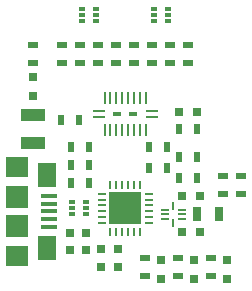
<source format=gtp>
G04 #@! TF.FileFunction,Paste,Top*
%FSLAX46Y46*%
G04 Gerber Fmt 4.6, Leading zero omitted, Abs format (unit mm)*
G04 Created by KiCad (PCBNEW 4.0.5) date 01/03/18 17:15:43*
%MOMM*%
%LPD*%
G01*
G04 APERTURE LIST*
%ADD10C,0.100000*%
%ADD11R,0.750000X0.800000*%
%ADD12R,0.800000X0.750000*%
%ADD13R,0.800000X0.800000*%
%ADD14R,2.030000X1.140000*%
%ADD15R,0.700000X1.300000*%
%ADD16R,1.350000X0.400000*%
%ADD17R,1.600000X2.100000*%
%ADD18R,1.900000X1.900000*%
%ADD19R,1.900000X1.800000*%
%ADD20R,0.900000X0.500000*%
%ADD21R,0.500000X0.900000*%
%ADD22R,0.250000X0.700000*%
%ADD23R,0.700000X0.250000*%
%ADD24R,2.750000X2.750000*%
%ADD25R,0.200000X0.750000*%
%ADD26R,0.750000X0.200000*%
%ADD27R,0.290000X1.000000*%
%ADD28R,1.000000X0.290000*%
%ADD29R,0.650000X0.400000*%
%ADD30R,0.500000X0.325000*%
G04 APERTURE END LIST*
D10*
D11*
X84201000Y-109081000D03*
X84201000Y-107581000D03*
X85598000Y-109081000D03*
X85598000Y-107581000D03*
X88265000Y-110478000D03*
X88265000Y-108978000D03*
X86868000Y-110478000D03*
X86868000Y-108978000D03*
D12*
X94984000Y-97409000D03*
X93484000Y-97409000D03*
X93738000Y-104521000D03*
X95238000Y-104521000D03*
X93738000Y-107569000D03*
X95238000Y-107569000D03*
D13*
X91948000Y-111544000D03*
X91948000Y-109944000D03*
X94742000Y-111544000D03*
X94742000Y-109944000D03*
X97536000Y-111544000D03*
X97536000Y-109944000D03*
X81089500Y-95986500D03*
X81089500Y-94386500D03*
D14*
X81089500Y-97606000D03*
X81089500Y-100006000D03*
D15*
X94935000Y-106045000D03*
X96835000Y-106045000D03*
D16*
X82431000Y-105791000D03*
X82431000Y-105141000D03*
X82431000Y-107091000D03*
X82431000Y-106441000D03*
X82431000Y-104491000D03*
D17*
X82306000Y-108891000D03*
X82306000Y-102691000D03*
D18*
X79756000Y-106991000D03*
X79756000Y-104591000D03*
D19*
X79756000Y-109591000D03*
X79756000Y-101991000D03*
D20*
X90551000Y-111252000D03*
X90551000Y-109752000D03*
X93345000Y-111240000D03*
X93345000Y-109740000D03*
X96139000Y-111240000D03*
X96139000Y-109740000D03*
X81089500Y-93206000D03*
X81089500Y-91706000D03*
D21*
X83451000Y-98044000D03*
X84951000Y-98044000D03*
X84340000Y-100330000D03*
X85840000Y-100330000D03*
X84340000Y-101854000D03*
X85840000Y-101854000D03*
X84340000Y-103378000D03*
X85840000Y-103378000D03*
X92444000Y-100330000D03*
X90944000Y-100330000D03*
X94984000Y-101219000D03*
X93484000Y-101219000D03*
X92444000Y-102108000D03*
X90944000Y-102108000D03*
X94984000Y-102997000D03*
X93484000Y-102997000D03*
X94984000Y-98806000D03*
X93484000Y-98806000D03*
D20*
X94234000Y-91706000D03*
X94234000Y-93206000D03*
X92710000Y-91706000D03*
X92710000Y-93206000D03*
X91186000Y-91706000D03*
X91186000Y-93206000D03*
X89662000Y-91706000D03*
X89662000Y-93206000D03*
X88138000Y-91706000D03*
X88138000Y-93206000D03*
X86614000Y-91706000D03*
X86614000Y-93206000D03*
X85090000Y-91706000D03*
X85090000Y-93206000D03*
X83566000Y-91706000D03*
X83566000Y-93206000D03*
X97155000Y-102818500D03*
X97155000Y-104318500D03*
X98679000Y-104318500D03*
X98679000Y-102818500D03*
D22*
X90150000Y-103562000D03*
D23*
X90875000Y-106787000D03*
D22*
X87650000Y-107512000D03*
D23*
X86925000Y-104287000D03*
X86925000Y-104787000D03*
X86925000Y-105287000D03*
X86925000Y-105787000D03*
X86925000Y-106287000D03*
X86925000Y-106787000D03*
D22*
X88150000Y-107512000D03*
X88650000Y-107512000D03*
X89150000Y-107512000D03*
X89650000Y-107512000D03*
X90150000Y-107512000D03*
D23*
X90875000Y-106287000D03*
X90875000Y-105787000D03*
X90875000Y-105287000D03*
X90875000Y-104787000D03*
X90875000Y-104287000D03*
D22*
X89650000Y-103562000D03*
X89150000Y-103562000D03*
X88650000Y-103562000D03*
X88150000Y-103562000D03*
X87650000Y-103562000D03*
D24*
X88900000Y-105537000D03*
D25*
X92964000Y-106770000D03*
X92964000Y-105320000D03*
D26*
X92239000Y-106045000D03*
X93689000Y-105645000D03*
X92239000Y-106445000D03*
X93689000Y-106445000D03*
X93689000Y-106045000D03*
X92239000Y-105645000D03*
D27*
X90650000Y-96186000D03*
X90650000Y-98886000D03*
D28*
X86650000Y-97286000D03*
X91150000Y-97786000D03*
X91150000Y-97286000D03*
D29*
X88212500Y-97536000D03*
X89587500Y-97536000D03*
D28*
X86650000Y-97786000D03*
D27*
X90150000Y-98886000D03*
X89650000Y-98886000D03*
X89150000Y-98886000D03*
X88650000Y-98886000D03*
X88150000Y-98886000D03*
X87650000Y-98886000D03*
X87150000Y-98886000D03*
X90150000Y-96186000D03*
X89650000Y-96186000D03*
X89150000Y-96186000D03*
X88650000Y-96186000D03*
X88150000Y-96186000D03*
X87650000Y-96186000D03*
X87150000Y-96186000D03*
D30*
X85252000Y-89654000D03*
X86452000Y-89654000D03*
X86452000Y-89154000D03*
X86452000Y-88654000D03*
X85252000Y-89154000D03*
X85252000Y-88654000D03*
X91348000Y-89654000D03*
X92548000Y-89654000D03*
X92548000Y-89154000D03*
X92548000Y-88654000D03*
X91348000Y-89154000D03*
X91348000Y-88654000D03*
X85563000Y-105037000D03*
X84363000Y-105037000D03*
X84363000Y-105537000D03*
X84363000Y-106037000D03*
X85563000Y-105537000D03*
X85563000Y-106037000D03*
M02*

</source>
